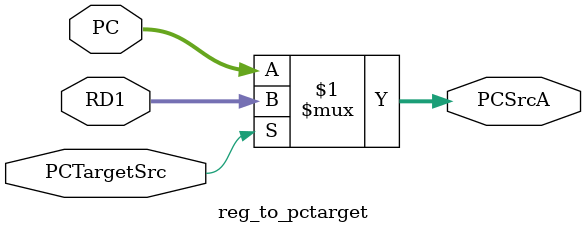
<source format=v>
`timescale 1ns / 1ps


module reg_to_pctarget(
    input [31:0]RD1,
    input PCTargetSrc,
    input [31:0] PC,
    output [31:0] PCSrcA
    );
    assign PCSrcA=(PCTargetSrc)? RD1:PC;
endmodule

</source>
